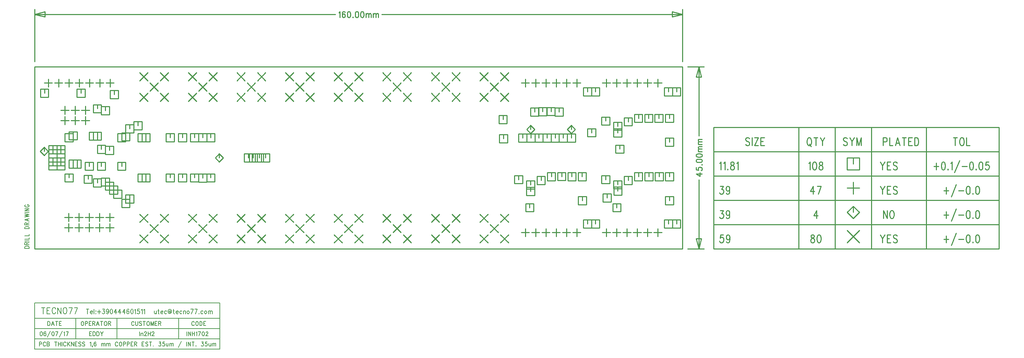
<source format=gbr>
%FSLAX35Y35*%
%MOIN*%
%SFA1.000B1.000*%

G04 Copyright (c) 2015-2018 in2H2 inc.
G04 System developed for in2H2 inc. by Intermotion Technology, Inc.
G04 
G04 Full system RTL, C sources and board design files available at https://github.com/nearist
G04 
G04 in2H2 inc. Team Members:
G04 - Chris McCormick - Algorithm Research and Design
G04 - Matt McCormick - Board Production, System Q/A
G04 
G04 Intermotion Technology Inc. Team Members:
G04 - Mick Fandrich - Project Lead
G04 - Dr. Ludovico Minati - Board Architecture and Design, FPGA Technology Advisor
G04 - Vardan Movsisyan - RTL Team Lead
G04 - Khachatur Gyozalyan - RTL Design
G04 - Tigran Papazyan - RTL Design
G04 - Taron Harutyunyan - RTL Design
G04 - Hayk Ghaltaghchyan - System Software
G04 
G04 Tecno77 S.r.l. Team Members:
G04 - Stefano Aldrigo, Board Layout Design
G04 
G04 We dedicate this project to the memory of Bruce McCormick, an AI pioneer
G04 and advocate, a good friend and father.
G04 
G04 These materials are provided free of charge: you can redistribute them and/or modify  
G04 them under the terms of the GNU General Public License as published by  
G04 the Free Software Foundation, version 3.
G04 
G04 These materials are distributed in the hope that they will be useful, but 
G04 WITHOUT ANY WARRANTY; without even the implied warranty of 
G04 MERCHANTABILITY or FITNESS FOR A PARTICULAR PURPOSE. See the GNU 
G04 General Public License for more details.
G04 In particular, this design should be treated as UNVERIFIED and UNCERTIFIED
G04 
G04 You should have received a copy of the GNU General Public License 
G04 along with this design. If not, see <http://www.gnu.org/licenses/>.

%FSLAX35Y35*%
%MOIN*%
%SFA1.000B1.000*%

%MIA0B0*%
%IPPOS*%
%ADD10C,0.00100*%
%ADD11C,0.00800*%
%ADD21C,0.00984*%
%ADD25C,0.00700*%
%ADD26C,0.01000*%
%LNdrilldrawing.gb*%
%LPD*%
G54D10*X729921Y277165D02*G01X729924D01*X100000D02*G01X100003D01*X729921Y100000D02*G01X729924D01*X729921Y277165D02*G01X729924D01*X546850Y119685D02*G01X546853D01*X499606D02*G01X499609D01*G54D11*X140000Y32224D02*G01Y12224D01*X180000Y32224D02*G01Y12224D01*X240000Y32224D02*G01Y12224D01*X100000Y47224D02*G01X280000D01*Y12224*X100000*Y47224*Y32224D02*G01X280000D01*X100000Y22224D02*G01X280000D01*X108491Y42662D02*G01Y36624D01*X106900Y42662D02*G01X110082D01*X112127D02*G01Y36624D01*Y42662D02*G01X115082D01*X112127Y39787D02*G01X113945D01*X112127Y36624D02*G01X115082D01*X120536Y41224D02*G01X120309Y41799D01*X119855Y42374*X119400Y42662*X118491*X118036Y42374*X117582Y41799*X117355Y41224*X117127Y40362*Y38924*X117355Y38062*X117582Y37487*X118036Y36912*X118491Y36624*X119400*X119855Y36912*X120309Y37487*X120536Y38062*X122582Y42662D02*G01Y36624D01*Y42662D02*G01X125764Y36624D01*Y42662D02*G01Y36624D01*X129173Y42662D02*G01X128718Y42374D01*X128264Y41799*X128036Y41224*X127809Y40362*Y38924*X128036Y38062*X128264Y37487*X128718Y36912*X129173Y36624*X130082*X130536Y36912*X130991Y37487*X131218Y38062*X131445Y38924*Y40362*X131218Y41224*X130991Y41799*X130536Y42374*X130082Y42662*X129173*X136673D02*G01X134400Y36624D01*X133491Y42662D02*G01X136673D01*X141900D02*G01X139627Y36624D01*X138718Y42662D02*G01X141900D01*X100000Y12224D02*G01Y2224D01*X280000*Y12224*G54D21*X169370Y261417D02*G01X177244D01*X173307Y257480D02*G01Y265354D01*X159370Y261417D02*G01X167244D01*X163307Y257480D02*G01Y265354D01*X149370Y261417D02*G01X157244D01*X153307Y257480D02*G01Y265354D01*X139370Y261417D02*G01X147244D01*X143307Y257480D02*G01Y265354D01*X129370Y261417D02*G01X137244D01*X133307Y257480D02*G01Y265354D01*X119370Y261417D02*G01X127244D01*X123307Y257480D02*G01Y265354D01*X109370Y261417D02*G01X117244D01*X113307Y257480D02*G01Y265354D01*X169213Y130591D02*G01X177087D01*X173150Y126654D02*G01Y134528D01*X169213Y120591D02*G01X177087D01*X173150Y116654D02*G01Y124528D01*X159213Y130591D02*G01X167087D01*X163150Y126654D02*G01Y134528D01*X159213Y120591D02*G01X167087D01*X163150Y116654D02*G01Y124528D01*X149213Y130591D02*G01X157087D01*X153150Y126654D02*G01Y134528D01*X149213Y120591D02*G01X157087D01*X153150Y116654D02*G01Y124528D01*X139213Y130591D02*G01X147087D01*X143150Y126654D02*G01Y134528D01*X139213Y120591D02*G01X147087D01*X143150Y116654D02*G01Y124528D01*X129213Y130591D02*G01X137087D01*X133150Y126654D02*G01Y134528D01*X129213Y120591D02*G01X137087D01*X133150Y116654D02*G01Y124528D01*X582284Y212205D02*G01X586221Y216142D01*X582284Y220079*X578347Y216142*X582284Y212205*Y216142D02*G01Y220079D01*X621654Y212205D02*G01X625591Y216142D01*X621654Y220079*X617717Y216142*X621654Y212205*Y216142D02*G01Y220079D01*X145433Y234921D02*G01X153307D01*X149370Y230984D02*G01Y238858D01*X145433Y224921D02*G01X153307D01*X149370Y220984D02*G01Y228858D01*X135433Y234921D02*G01X143307D01*X139370Y230984D02*G01Y238858D01*X135433Y224921D02*G01X143307D01*X139370Y220984D02*G01Y228858D01*X125433Y234921D02*G01X133307D01*X129370Y230984D02*G01Y238858D01*X125433Y224921D02*G01X133307D01*X129370Y220984D02*G01Y228858D01*X623031Y261417D02*G01X630906D01*X626969Y257480D02*G01Y265354D01*X613031Y261417D02*G01X620906D01*X616969Y257480D02*G01Y265354D01*X603031Y261417D02*G01X610906D01*X606969Y257480D02*G01Y265354D01*X593031Y261417D02*G01X600906D01*X596969Y257480D02*G01Y265354D01*X583031Y261417D02*G01X590906D01*X586969Y257480D02*G01Y265354D01*X573031Y261417D02*G01X580906D01*X576969Y257480D02*G01Y265354D01*X701772Y261417D02*G01X709646D01*X705709Y257480D02*G01Y265354D01*X691772Y261417D02*G01X699646D01*X695709Y257480D02*G01Y265354D01*X681772Y261417D02*G01X689646D01*X685709Y257480D02*G01Y265354D01*X671772Y261417D02*G01X679646D01*X675709Y257480D02*G01Y265354D01*X661772Y261417D02*G01X669646D01*X665709Y257480D02*G01Y265354D01*X651772Y261417D02*G01X659646D01*X655709Y257480D02*G01Y265354D01*X623031Y115748D02*G01X630906D01*X626969Y111811D02*G01Y119685D01*X613031Y115748D02*G01X620906D01*X616969Y111811D02*G01Y119685D01*X603031Y115748D02*G01X610906D01*X606969Y111811D02*G01Y119685D01*X593031Y115748D02*G01X600906D01*X596969Y111811D02*G01Y119685D01*X583031Y115748D02*G01X590906D01*X586969Y111811D02*G01Y119685D01*X573031Y115748D02*G01X580906D01*X576969Y111811D02*G01Y119685D01*X701772Y115748D02*G01X709646D01*X705709Y111811D02*G01Y119685D01*X691772Y115748D02*G01X699646D01*X695709Y111811D02*G01Y119685D01*X681772Y115748D02*G01X689646D01*X685709Y111811D02*G01Y119685D01*X671772Y115748D02*G01X679646D01*X675709Y111811D02*G01Y119685D01*X661772Y115748D02*G01X669646D01*X665709Y111811D02*G01Y119685D01*X651772Y115748D02*G01X659646D01*X655709Y111811D02*G01Y119685D01*X353937Y253543D02*G01X361811Y261417D01*X353937D02*G01X361811Y253543D01*X363937Y263543D02*G01X371811Y271417D01*X363937D02*G01X371811Y263543D01*X363937Y243543D02*G01X371811Y251417D01*X363937D02*G01X371811Y243543D01*X343937Y263543D02*G01X351811Y271417D01*X343937D02*G01X351811Y263543D01*X343937Y243543D02*G01X351811Y251417D01*X343937D02*G01X351811Y243543D01*X306693Y253543D02*G01X314567Y261417D01*X306693D02*G01X314567Y253543D01*X316693Y263543D02*G01X324567Y271417D01*X316693D02*G01X324567Y263543D01*X316693Y243543D02*G01X324567Y251417D01*X316693D02*G01X324567Y243543D01*X296693Y263543D02*G01X304567Y271417D01*X296693D02*G01X304567Y263543D01*X296693Y243543D02*G01X304567Y251417D01*X296693D02*G01X304567Y243543D01*X259449Y253543D02*G01X267323Y261417D01*X259449D02*G01X267323Y253543D01*X269449Y263543D02*G01X277323Y271417D01*X269449D02*G01X277323Y263543D01*X269449Y243543D02*G01X277323Y251417D01*X269449D02*G01X277323Y243543D01*X249449Y263543D02*G01X257323Y271417D01*X249449D02*G01X257323Y263543D01*X249449Y243543D02*G01X257323Y251417D01*X249449D02*G01X257323Y243543D01*X212205Y253543D02*G01X220079Y261417D01*X212205D02*G01X220079Y253543D01*X222205Y263543D02*G01X230079Y271417D01*X222205D02*G01X230079Y263543D01*X222205Y243543D02*G01X230079Y251417D01*X222205D02*G01X230079Y243543D01*X202205Y263543D02*G01X210079Y271417D01*X202205D02*G01X210079Y263543D01*X202205Y243543D02*G01X210079Y251417D01*X202205D02*G01X210079Y243543D01*X542913Y253543D02*G01X550787Y261417D01*X542913D02*G01X550787Y253543D01*X552913Y263543D02*G01X560787Y271417D01*X552913D02*G01X560787Y263543D01*X552913Y243543D02*G01X560787Y251417D01*X552913D02*G01X560787Y243543D01*X532913Y263543D02*G01X540787Y271417D01*X532913D02*G01X540787Y263543D01*X532913Y243543D02*G01X540787Y251417D01*X532913D02*G01X540787Y243543D01*X495669Y253543D02*G01X503543Y261417D01*X495669D02*G01X503543Y253543D01*X505669Y263543D02*G01X513543Y271417D01*X505669D02*G01X513543Y263543D01*X505669Y243543D02*G01X513543Y251417D01*X505669D02*G01X513543Y243543D01*X485669Y263543D02*G01X493543Y271417D01*X485669D02*G01X493543Y263543D01*X485669Y243543D02*G01X493543Y251417D01*X485669D02*G01X493543Y243543D01*X448425Y253543D02*G01X456299Y261417D01*X448425D02*G01X456299Y253543D01*X458425Y263543D02*G01X466299Y271417D01*X458425D02*G01X466299Y263543D01*X458425Y243543D02*G01X466299Y251417D01*X458425D02*G01X466299Y243543D01*X438425Y263543D02*G01X446299Y271417D01*X438425D02*G01X446299Y263543D01*X438425Y243543D02*G01X446299Y251417D01*X438425D02*G01X446299Y243543D01*X401181Y253543D02*G01X409055Y261417D01*X401181D02*G01X409055Y253543D01*X411181Y263543D02*G01X419055Y271417D01*X411181D02*G01X419055Y263543D01*X411181Y243543D02*G01X419055Y251417D01*X411181D02*G01X419055Y243543D01*X391181Y263543D02*G01X399055Y271417D01*X391181D02*G01X399055Y263543D01*X391181Y243543D02*G01X399055Y251417D01*X391181D02*G01X399055Y243543D01*X542913Y115748D02*G01X550787Y123622D01*X542913D02*G01X550787Y115748D01*X532913Y105748D02*G01X540787Y113622D01*X532913D02*G01X540787Y105748D01*X532913Y125748D02*G01X540787Y133622D01*X532913D02*G01X540787Y125748D01*X552913Y105748D02*G01X560787Y113622D01*X552913D02*G01X560787Y105748D01*X552913Y125748D02*G01X560787Y133622D01*X552913D02*G01X560787Y125748D01*X495669Y115748D02*G01X503543Y123622D01*X495669D02*G01X503543Y115748D01*X485669Y105748D02*G01X493543Y113622D01*X485669D02*G01X493543Y105748D01*X485669Y125748D02*G01X493543Y133622D01*X485669D02*G01X493543Y125748D01*X505669Y105748D02*G01X513543Y113622D01*X505669D02*G01X513543Y105748D01*X505669Y125748D02*G01X513543Y133622D01*X505669D02*G01X513543Y125748D01*X448425Y115748D02*G01X456299Y123622D01*X448425D02*G01X456299Y115748D01*X438425Y105748D02*G01X446299Y113622D01*X438425D02*G01X446299Y105748D01*X438425Y125748D02*G01X446299Y133622D01*X438425D02*G01X446299Y125748D01*X458425Y105748D02*G01X466299Y113622D01*X458425D02*G01X466299Y105748D01*X458425Y125748D02*G01X466299Y133622D01*X458425D02*G01X466299Y125748D01*X401181Y115748D02*G01X409055Y123622D01*X401181D02*G01X409055Y115748D01*X391181Y105748D02*G01X399055Y113622D01*X391181D02*G01X399055Y105748D01*X391181Y125748D02*G01X399055Y133622D01*X391181D02*G01X399055Y125748D01*X411181Y105748D02*G01X419055Y113622D01*X411181D02*G01X419055Y105748D01*X411181Y125748D02*G01X419055Y133622D01*X411181D02*G01X419055Y125748D01*X353937Y115748D02*G01X361811Y123622D01*X353937D02*G01X361811Y115748D01*X343937Y105748D02*G01X351811Y113622D01*X343937D02*G01X351811Y105748D01*X343937Y125748D02*G01X351811Y133622D01*X343937D02*G01X351811Y125748D01*X363937Y105748D02*G01X371811Y113622D01*X363937D02*G01X371811Y105748D01*X363937Y125748D02*G01X371811Y133622D01*X363937D02*G01X371811Y125748D01*X306693Y115748D02*G01X314567Y123622D01*X306693D02*G01X314567Y115748D01*X296693Y105748D02*G01X304567Y113622D01*X296693D02*G01X304567Y105748D01*X296693Y125748D02*G01X304567Y133622D01*X296693D02*G01X304567Y125748D01*X316693Y105748D02*G01X324567Y113622D01*X316693D02*G01X324567Y105748D01*X316693Y125748D02*G01X324567Y133622D01*X316693D02*G01X324567Y125748D01*X259449Y115748D02*G01X267323Y123622D01*X259449D02*G01X267323Y115748D01*X249449Y105748D02*G01X257323Y113622D01*X249449D02*G01X257323Y105748D01*X249449Y125748D02*G01X257323Y133622D01*X249449D02*G01X257323Y125748D01*X269449Y105748D02*G01X277323Y113622D01*X269449D02*G01X277323Y105748D01*X269449Y125748D02*G01X277323Y133622D01*X269449D02*G01X277323Y125748D01*X212205Y115748D02*G01X220079Y123622D01*X212205D02*G01X220079Y115748D01*X202205Y105748D02*G01X210079Y113622D01*X202205D02*G01X210079Y105748D01*X202205Y125748D02*G01X210079Y133622D01*X202205D02*G01X210079Y125748D01*X222205Y105748D02*G01X230079Y113622D01*X222205D02*G01X230079Y105748D01*X222205Y125748D02*G01X230079Y133622D01*X222205D02*G01X230079Y125748D01*X279616Y184646D02*G01X283553Y188583D01*X279616Y192520*X275679Y188583*X279616Y184646*Y188583D02*G01Y192520D01*X109360Y190898D02*G01X113297Y194835D01*X109360Y198772*X105423Y194835*X109360Y190898*Y194835D02*G01Y198772D01*X641339Y120276D02*G01X649213D01*Y128150*X641339*Y120276*X645276Y124213D02*G01Y128150D01*X633465Y120276D02*G01X641339D01*Y128150*X633465*Y120276*X637402Y124213D02*G01Y128150D01*X720079Y120276D02*G01X727953D01*Y128150*X720079*Y120276*X724016Y124213D02*G01Y128150D01*X712205Y120276D02*G01X720079D01*Y128150*X712205*Y120276*X716142Y124213D02*G01Y128150D01*X184646Y140157D02*G01X192520D01*Y148031*X184646*Y140157*X188583Y144094D02*G01Y148031D01*X577362Y136024D02*G01X585236D01*Y143898*X577362*Y136024*X581299Y139961D02*G01Y143898D01*X628543Y142815D02*G01X636417D01*Y150689*X628543*Y142815*X632480Y146752D02*G01Y150689D01*X662008Y136024D02*G01X669882D01*Y143898*X662008*Y136024*X665945Y139961D02*G01Y143898D01*X713189Y142815D02*G01X721063D01*Y150689*X713189*Y142815*X717126Y146752D02*G01Y150689D01*X148031Y163780D02*G01X155906D01*Y171654*X148031*Y163780*X151969Y167717D02*G01Y171654D01*X157087Y160236D02*G01X164961D01*Y168110*X157087*Y160236*X161024Y164173D02*G01Y168110D01*X168898Y157087D02*G01X176772D01*Y164961*X168898*Y157087*X172835Y161024D02*G01Y164961D01*Y153150D02*G01X180709D01*Y161024*X172835*Y153150*X176772Y157087D02*G01Y161024D01*Y149213D02*G01X184646D01*Y157087*X176772*Y149213*X180709Y153150D02*G01Y157087D01*X164961Y161024D02*G01X172835D01*Y168898*X164961*Y161024*X168898Y164961D02*G01Y168898D01*X188583Y144488D02*G01X196457D01*Y152362*X188583*Y144488*X192520Y148425D02*G01Y152362D01*X566535Y163386D02*G01X574409D01*Y171260*X566535*Y163386*X570472Y167323D02*G01Y171260D01*X578296Y151918D02*G01X586170D01*Y159792*X578296*Y151918*X582233Y155855D02*G01Y159792D01*X578296Y158318D02*G01X586170D01*Y166192*X578296*Y158318*X582233Y162255D02*G01Y166192D01*X588406Y162618D02*G01X596280D01*Y170492*X588406*Y162618*X592343Y166555D02*G01Y170492D01*X651181Y163386D02*G01X659055D01*Y171260*X651181*Y163386*X655118Y167323D02*G01Y171260D01*X652559Y145669D02*G01X660433D01*Y153543*X652559*Y145669*X656496Y149606D02*G01Y153543D01*X662992Y152165D02*G01X670866D01*Y160039*X662992*Y152165*X666929Y156102D02*G01Y160039D01*X662942Y158465D02*G01X670816D01*Y166339*X662942*Y158465*X666879Y162402D02*G01Y166339D01*X673031Y162598D02*G01X680906D01*Y170472*X673031*Y162598*X676969Y166535D02*G01Y170472D01*X121654Y180709D02*G01X129528D01*Y188583*X121654*Y180709*X125591Y184646D02*G01Y188583D01*X113780Y180709D02*G01X121654D01*Y188583*X113780*Y180709*X117717Y184646D02*G01Y188583D01*X113780Y176772D02*G01X121654D01*Y184646*X113780*Y176772*X117717Y180709D02*G01Y184646D01*X121654Y176772D02*G01X129528D01*Y184646*X121654*Y176772*X125591Y180709D02*G01Y184646D01*X133465Y178543D02*G01X141339D01*Y186417*X133465*Y178543*X137402Y182480D02*G01Y186417D01*Y178543D02*G01X145276D01*Y186417*X137402*Y178543*X141339Y182480D02*G01Y186417D01*X129528Y165114D02*G01X137402D01*Y172988*X129528*Y165114*X133465Y169051D02*G01Y172988D01*X149213Y176378D02*G01X157087D01*Y184252*X149213*Y176378*X153150Y180315D02*G01Y184252D01*X161024Y176378D02*G01X168898D01*Y184252*X161024*Y176378*X164961Y180315D02*G01Y184252D01*X180709Y176378D02*G01X188583D01*Y184252*X180709*Y176378*X184646Y180315D02*G01Y184252D01*X200394Y165114D02*G01X208268D01*Y172988*X200394*Y165114*X204331Y169051D02*G01Y172988D01*Y165114D02*G01X212205D01*Y172988*X204331*Y165114*X208268Y169051D02*G01Y172988D01*X227953Y165114D02*G01X235827D01*Y172988*X227953*Y165114*X231890Y169051D02*G01Y172988D01*X239764Y165114D02*G01X247638D01*Y172988*X239764*Y165114*X243701Y169051D02*G01Y172988D01*X251575Y165114D02*G01X259449D01*Y172988*X251575*Y165114*X255512Y169051D02*G01Y172988D01*X259449Y164961D02*G01X267323D01*Y172835*X259449*Y164961*X263386Y168898D02*G01Y172835D01*X267323Y165114D02*G01X275197D01*Y172988*X267323*Y165114*X271260Y169051D02*G01Y172988D01*X598425Y166339D02*G01X606299D01*Y174213*X598425*Y166339*X602362Y170276D02*G01Y174213D01*X608406Y166398D02*G01X616280D01*Y174272*X608406*Y166398*X612343Y170335D02*G01Y174272D01*X618307Y166339D02*G01X626181D01*Y174213*X618307*Y166339*X622244Y170276D02*G01Y174213D01*X628346Y166339D02*G01X636220D01*Y174213*X628346*Y166339*X632283Y170276D02*G01Y174213D01*X683071Y166339D02*G01X690945D01*Y174213*X683071*Y166339*X687008Y170276D02*G01Y174213D01*X693110Y166339D02*G01X700984D01*Y174213*X693110*Y166339*X697047Y170276D02*G01Y174213D01*X703150Y166339D02*G01X711024D01*Y174213*X703150*Y166339*X707087Y170276D02*G01Y174213D01*X713189Y166339D02*G01X721063D01*Y174213*X713189*Y166339*X717126Y170276D02*G01Y174213D01*X121654Y188583D02*G01X129528D01*Y196457*X121654*Y188583*X125591Y192520D02*G01Y196457D01*X113780Y188583D02*G01X121654D01*Y196457*X113780*Y188583*X117717Y192520D02*G01Y196457D01*X121654Y192520D02*G01X129528D01*Y200394*X121654*Y192520*X125591Y196457D02*G01Y200394D01*X113780Y192520D02*G01X121654D01*Y200394*X113780*Y192520*X117717Y196457D02*G01Y200394D01*X161024Y192913D02*G01X168898D01*Y200787*X161024*Y192913*X164961Y196850D02*G01Y200787D01*X168898Y191929D02*G01X176772D01*Y199803*X168898*Y191929*X172835Y195866D02*G01Y199803D01*X303740Y184646D02*G01X311614D01*Y192520*X303740*Y184646*X307677Y188583D02*G01Y192520D01*X308661Y184646D02*G01X316535D01*Y192520*X308661*Y184646*X312598Y188583D02*G01Y192520D01*X314567Y184646D02*G01X322441D01*Y192520*X314567*Y184646*X318504Y188583D02*G01Y192520D01*X320472Y184646D02*G01X328346D01*Y192520*X320472*Y184646*X324409Y188583D02*G01Y192520D01*X551772Y203150D02*G01X559646D01*Y211024*X551772*Y203150*X555709Y207087D02*G01Y211024D01*X578445Y203839D02*G01X586319D01*Y211713*X578445*Y203839*X582382Y207776D02*G01Y211713D01*X570472Y203937D02*G01X578346D01*Y211811*X570472*Y203937*X574409Y207874D02*G01Y211811D01*X602067Y203839D02*G01X609941D01*Y211713*X602067*Y203839*X606004Y207776D02*G01Y211713D01*X594193Y203839D02*G01X602067D01*Y211713*X594193*Y203839*X598130Y207776D02*G01Y211713D01*X586319Y203839D02*G01X594193D01*Y211713*X586319*Y203839*X590256Y207776D02*G01Y211713D01*X617815Y203839D02*G01X625689D01*Y211713*X617815*Y203839*X621752Y207776D02*G01Y211713D01*X609941Y203839D02*G01X617815D01*Y211713*X609941*Y203839*X613878Y207776D02*G01Y211713D01*X664961Y193110D02*G01X672835D01*Y200984*X664961*Y193110*X668898Y197047D02*G01Y200984D01*X713189Y199902D02*G01X721063D01*Y207776*X713189*Y199902*X717126Y203839D02*G01Y207776D01*X133465Y206102D02*G01X141339D01*Y213976*X133465*Y206102*X137402Y210039D02*G01Y213976D01*X129528Y204177D02*G01X137402D01*Y212051*X129528*Y204177*X133465Y208114D02*G01Y212051D01*X157087Y205709D02*G01X164961D01*Y213583*X157087*Y205709*X161024Y209646D02*G01Y213583D01*X153150Y205709D02*G01X161024D01*Y213583*X153150*Y205709*X157087Y209646D02*G01Y213583D01*X180709Y204177D02*G01X188583D01*Y212051*X180709*Y204177*X184646Y208114D02*G01Y212051D01*X188583Y212992D02*G01X196457D01*Y220866*X188583*Y212992*X192520Y216929D02*G01Y220866D01*X196457Y215945D02*G01X204331D01*Y223819*X196457*Y215945*X200394Y219882D02*G01Y223819D01*X184646Y205118D02*G01X192520D01*Y212992*X184646*Y205118*X188583Y209055D02*G01Y212992D01*X200394Y204177D02*G01X208268D01*Y212051*X200394*Y204177*X204331Y208114D02*G01Y212051D01*Y204177D02*G01X212205D01*Y212051*X204331*Y204177*X208268Y208114D02*G01Y212051D01*X227953Y204177D02*G01X235827D01*Y212051*X227953*Y204177*X231890Y208114D02*G01Y212051D01*X239764Y204177D02*G01X247638D01*Y212051*X239764*Y204177*X243701Y208114D02*G01Y212051D01*X259449Y204331D02*G01X267323D01*Y212205*X259449*Y204331*X263386Y208268D02*G01Y212205D01*X251575Y204177D02*G01X259449D01*Y212051*X251575*Y204177*X255512Y208114D02*G01Y212051D01*X267323Y204177D02*G01X275197D01*Y212051*X267323*Y204177*X271260Y208114D02*G01Y212051D01*X551378Y221850D02*G01X559252D01*Y229724*X551378*Y221850*X555315Y225787D02*G01Y229724D01*X637598Y209055D02*G01X645472D01*Y216929*X637598*Y209055*X641535Y212992D02*G01Y216929D01*X651181Y220472D02*G01X659055D01*Y228346*X651181*Y220472*X655118Y224409D02*G01Y228346D01*X662942Y209005D02*G01X670816D01*Y216879*X662942*Y209005*X666879Y212942D02*G01Y216879D01*X662942Y215405D02*G01X670816D01*Y223279*X662942*Y215405*X666879Y219342D02*G01Y223279D01*X683071Y223031D02*G01X690945D01*Y230906*X683071*Y223031*X687008Y226969D02*G01Y230906D01*X673051Y219705D02*G01X680925D01*Y227579*X673051*Y219705*X676988Y223642D02*G01Y227579D01*X693012Y223031D02*G01X700886D01*Y230906*X693012*Y223031*X696949Y226969D02*G01Y230906D01*X702854Y223031D02*G01X710728D01*Y230906*X702854*Y223031*X706791Y226969D02*G01Y230906D01*X713189Y223031D02*G01X721063D01*Y230906*X713189*Y223031*X717126Y226969D02*G01Y230906D01*X157087Y232480D02*G01X164961D01*Y240354*X157087*Y232480*X161024Y236417D02*G01Y240354D01*X164961Y230512D02*G01X172835D01*Y238386*X164961*Y230512*X168898Y234449D02*G01Y238386D01*X582283Y229331D02*G01X590157D01*Y237205*X582283*Y229331*X586220Y233268D02*G01Y237205D01*X598031Y229724D02*G01X605906D01*Y237598*X598031*Y229724*X601969Y233661D02*G01Y237598D01*X589961Y229528D02*G01X597835D01*Y237402*X589961*Y229528*X593898Y233465D02*G01Y237402D01*X605906Y229331D02*G01X613780D01*Y237205*X605906*Y229331*X609843Y233268D02*G01Y237205D01*X105709Y247638D02*G01X113583D01*Y255512*X105709*Y247638*X109646Y251575D02*G01Y255512D01*X141142Y247638D02*G01X149016D01*Y255512*X141142*Y247638*X145079Y251575D02*G01Y255512D01*X173622Y246260D02*G01X181496D01*Y254134*X173622*Y246260*X177559Y250197D02*G01Y254134D01*X641339Y249016D02*G01X649213D01*Y256890*X641339*Y249016*X645276Y252953D02*G01Y256890D01*X633465Y249016D02*G01X641339D01*Y256890*X633465*Y249016*X637402Y252953D02*G01Y256890D01*X720079Y249016D02*G01X727953D01*Y256890*X720079*Y249016*X724016Y252953D02*G01Y256890D01*X712205Y249016D02*G01X720079D01*Y256890*X712205*Y249016*X716142Y252953D02*G01Y256890D01*X100003Y277165D02*G01X729924D01*Y100000*X100003*Y277165*X760000Y218110D02*G01X1037559D01*X760000Y194488D02*G01X1037559D01*X760000Y170866D02*G01X1037559D01*X760000Y147244D02*G01X1037559D01*X760000Y123622D02*G01X1037559D01*X760000Y100000D02*G01X1037559D01*X760000Y218110D02*G01Y100000D01*X842677Y218110D02*G01Y100000D01*X878110Y218110D02*G01Y100000D01*X913543Y218110D02*G01Y100000D01*X966693Y218110D02*G01Y100000D01*X1037559Y218110D02*G01Y100000D01*X794941Y207037D02*G01X794404Y207776D01*X793599Y208145*X792525*X791720Y207776*X791183Y207037*Y206299*X791451Y205561*X791720Y205192*X792257Y204823*X793867Y204085*X794404Y203716*X794673Y203346*X794941Y202608*Y201501*X794404Y200763*X793599Y200394*X792525*X791720Y200763*X791183Y201501*X797357Y208145D02*G01Y200394D01*X803531Y208145D02*G01X799773Y200394D01*Y208145D02*G01X803531D01*X799773Y200394D02*G01X803531D01*X805947Y208145D02*G01Y200394D01*Y208145D02*G01X809436D01*X805947Y204454D02*G01X808094D01*X805947Y200394D02*G01X809436D01*X852385Y208145D02*G01X851849Y207776D01*X851312Y207037*X851043Y206299*X850775Y205192*Y203346*X851043Y202239*X851312Y201501*X851849Y200763*X852385Y200394*X853459*X853996Y200763*X854533Y201501*X854801Y202239*X855070Y203346*Y205192*X854801Y206299*X854533Y207037*X853996Y207776*X853459Y208145*X852385*X853191Y201870D02*G01X854801Y199656D01*X859365Y208145D02*G01Y200394D01*X857486Y208145D02*G01X861244D01*X863660D02*G01X865807Y204454D01*Y200394*X867955Y208145D02*G01X865807Y204454D01*X889966Y207037D02*G01X889429Y207776D01*X888624Y208145*X887550*X886745Y207776*X886208Y207037*Y206299*X886476Y205561*X886745Y205192*X887282Y204823*X888892Y204085*X889429Y203716*X889698Y203346*X889966Y202608*Y201501*X889429Y200763*X888624Y200394*X887550*X886745Y200763*X886208Y201501*X892382Y208145D02*G01X894529Y204454D01*Y200394*X896677Y208145D02*G01X894529Y204454D01*X899093Y208145D02*G01Y200394D01*Y208145D02*G01X901240Y200394D01*X903388Y208145D02*G01X901240Y200394D01*X903388Y208145D02*G01Y200394D01*X924862Y208145D02*G01Y200394D01*Y208145D02*G01X927278D01*X928083Y207776*X928352Y207406*X928620Y206668*Y205561*X928352Y204823*X928083Y204454*X927278Y204085*X924862*X931036Y208145D02*G01Y200394D01*X934257*X938821Y208145D02*G01X936673Y200394D01*X938821Y208145D02*G01X940968Y200394D01*X937479Y202977D02*G01X940163D01*X945263Y208145D02*G01Y200394D01*X943384Y208145D02*G01X947142D01*X949558D02*G01Y200394D01*Y208145D02*G01X953048D01*X949558Y204454D02*G01X951705D01*X949558Y200394D02*G01X953048D01*X955463Y208145D02*G01Y200394D01*Y208145D02*G01X957343D01*X958148Y207776*X958685Y207037*X958953Y206299*X959222Y205192*Y203346*X958953Y202239*X958685Y201501*X958148Y200763*X957343Y200394*X955463*X994923Y208145D02*G01Y200394D01*X993044Y208145D02*G01X996802D01*X1000829D02*G01X1000292Y207776D01*X999755Y207037*X999486Y206299*X999218Y205192*Y203346*X999486Y202239*X999755Y201501*X1000292Y200763*X1000829Y200394*X1001902*X1002439Y200763*X1002976Y201501*X1003244Y202239*X1003513Y203346*Y205192*X1003244Y206299*X1002976Y207037*X1002439Y207776*X1001902Y208145*X1000829*X1005929D02*G01Y200394D01*X1009150*X765906Y183046D02*G01X766442Y183415D01*X767248Y184523*Y176772*X769664Y183046D02*G01X770200Y183415D01*X771006Y184523*Y176772*X773690Y177510D02*G01X773422Y177141D01*X773690Y176772*X773958Y177141*X773690Y177510*X777717Y184523D02*G01X776911Y184154D01*X776643Y183415*Y182677*X776911Y181939*X777448Y181570*X778522Y181201*X779327Y180832*X779864Y180094*X780132Y179355*Y178248*X779864Y177510*X779596Y177141*X778790Y176772*X777717*X776911Y177141*X776643Y177510*X776374Y178248*Y179355*X776643Y180094*X777180Y180832*X777985Y181201*X779059Y181570*X779596Y181939*X779864Y182677*Y183415*X779596Y184154*X778790Y184523*X777717*X782548Y183046D02*G01X783085Y183415D01*X783890Y184523*Y176772*X852520Y183046D02*G01X853057Y183415D01*X853862Y184523*Y176772*X857888Y184523D02*G01X857083Y184154D01*X856546Y183046*X856278Y181201*Y180094*X856546Y178248*X857083Y177141*X857888Y176772*X858425*X859230Y177141*X859767Y178248*X860036Y180094*Y181201*X859767Y183046*X859230Y184154*X858425Y184523*X857888*X863794D02*G01X862989Y184154D01*X862720Y183415*Y182677*X862989Y181939*X863525Y181570*X864599Y181201*X865404Y180832*X865941Y180094*X866210Y179355*Y178248*X865941Y177510*X865673Y177141*X864868Y176772*X863794*X862989Y177141*X862720Y177510*X862452Y178248*Y179355*X862720Y180094*X863257Y180832*X864062Y181201*X865136Y181570*X865673Y181939*X865941Y182677*Y183415*X865673Y184154*X864868Y184523*X863794*X889921Y176772D02*G01X901732D01*Y188583*X889921*Y176772*X895827Y182677D02*G01Y188583D01*X922044Y184523D02*G01X924191Y180832D01*Y176772*X926339Y184523D02*G01X924191Y180832D01*X928754Y184523D02*G01Y176772D01*Y184523D02*G01X932244D01*X928754Y180832D02*G01X930902D01*X928754Y176772D02*G01X932244D01*X938418Y183415D02*G01X937881Y184154D01*X937076Y184523*X936002*X935197Y184154*X934660Y183415*Y182677*X934928Y181939*X935197Y181570*X935734Y181201*X937344Y180463*X937881Y180094*X938150Y179724*X938418Y178986*Y177879*X937881Y177141*X937076Y176772*X936002*X935197Y177141*X934660Y177879*X976535Y183415D02*G01Y176772D01*X974120Y180094D02*G01X978951D01*X982978Y184523D02*G01X982173Y184154D01*X981636Y183046*X981367Y181201*Y180094*X981636Y178248*X982173Y177141*X982978Y176772*X983515*X984320Y177141*X984857Y178248*X985125Y180094*Y181201*X984857Y183046*X984320Y184154*X983515Y184523*X982978*X987810Y177510D02*G01X987541Y177141D01*X987810Y176772*X988078Y177141*X987810Y177510*X990494Y183046D02*G01X991031Y183415D01*X991836Y184523*Y176772*X999084Y185999D02*G01X994252Y174188D01*X1001500Y180094D02*G01X1006331D01*X1010358Y184523D02*G01X1009553Y184154D01*X1009016Y183046*X1008747Y181201*Y180094*X1009016Y178248*X1009553Y177141*X1010358Y176772*X1010895*X1011700Y177141*X1012237Y178248*X1012505Y180094*Y181201*X1012237Y183046*X1011700Y184154*X1010895Y184523*X1010358*X1015190Y177510D02*G01X1014921Y177141D01*X1015190Y176772*X1015458Y177141*X1015190Y177510*X1019485Y184523D02*G01X1018679Y184154D01*X1018142Y183046*X1017874Y181201*Y180094*X1018142Y178248*X1018679Y177141*X1019485Y176772*X1020021*X1020827Y177141*X1021364Y178248*X1021632Y180094*Y181201*X1021364Y183046*X1020827Y184154*X1020021Y184523*X1019485*X1027538D02*G01X1024853D01*X1024585Y181201*X1024853Y181570*X1025659Y181939*X1026464*X1027269Y181570*X1027806Y180832*X1028074Y179724*X1027806Y178986*X1027538Y177879*X1027001Y177141*X1026195Y176772*X1025390*X1024585Y177141*X1024316Y177510*X1024048Y178248*X766442Y160901D02*G01X769395D01*X767785Y157948*X768590*X769127Y157579*X769395Y157210*X769664Y156102*Y155364*X769395Y154257*X768858Y153519*X768053Y153150*X767248*X766442Y153519*X766174Y153888*X765906Y154626*X775569Y158317D02*G01X775301Y157210D01*X774764Y156471*X773958Y156102*X773690*X772885Y156471*X772348Y157210*X772079Y158317*Y158686*X772348Y159793*X772885Y160531*X773690Y160901*X773958*X774764Y160531*X775301Y159793*X775569Y158317*Y156471*X775301Y154626*X774764Y153519*X773958Y153150*X773422*X772616Y153519*X772348Y154257*X856949Y160901D02*G01X854264Y155733D01*X858291*X856949Y160901D02*G01Y153150D01*X864465Y160901D02*G01X861781Y153150D01*X860707Y160901D02*G01X864465D01*X889921Y159055D02*G01X901732D01*X895827Y153150D02*G01Y164961D01*X922044Y160901D02*G01X924191Y157210D01*Y153150*X926339Y160901D02*G01X924191Y157210D01*X928754Y160901D02*G01Y153150D01*Y160901D02*G01X932244D01*X928754Y157210D02*G01X930902D01*X928754Y153150D02*G01X932244D01*X938418Y159793D02*G01X937881Y160531D01*X937076Y160901*X936002*X935197Y160531*X934660Y159793*Y159055*X934928Y158317*X935197Y157948*X935734Y157579*X937344Y156841*X937881Y156471*X938150Y156102*X938418Y155364*Y154257*X937881Y153519*X937076Y153150*X936002*X935197Y153519*X934660Y154257*X986199Y159793D02*G01Y153150D01*X983783Y156471D02*G01X988615D01*X995863Y162377D02*G01X991031Y150566D01*X998278Y156471D02*G01X1003110D01*X1007137Y160901D02*G01X1006331Y160531D01*X1005795Y159424*X1005526Y157579*Y156471*X1005795Y154626*X1006331Y153519*X1007137Y153150*X1007674*X1008479Y153519*X1009016Y154626*X1009284Y156471*Y157579*X1009016Y159424*X1008479Y160531*X1007674Y160901*X1007137*X1011969Y153888D02*G01X1011700Y153519D01*X1011969Y153150*X1012237Y153519*X1011969Y153888*X1016263Y160901D02*G01X1015458Y160531D01*X1014921Y159424*X1014653Y157579*Y156471*X1014921Y154626*X1015458Y153519*X1016263Y153150*X1016800*X1017606Y153519*X1018142Y154626*X1018411Y156471*Y157579*X1018142Y159424*X1017606Y160531*X1016800Y160901*X1016263*X766442Y137279D02*G01X769395D01*X767785Y134326*X768590*X769127Y133957*X769395Y133588*X769664Y132480*Y131742*X769395Y130635*X768858Y129897*X768053Y129528*X767248*X766442Y129897*X766174Y130266*X765906Y131004*X775569Y134695D02*G01X775301Y133588D01*X774764Y132849*X773958Y132480*X773690*X772885Y132849*X772348Y133588*X772079Y134695*Y135064*X772348Y136171*X772885Y136909*X773690Y137279*X773958*X774764Y136909*X775301Y136171*X775569Y134695*Y132849*X775301Y131004*X774764Y129897*X773958Y129528*X773422*X772616Y129897*X772348Y130635*X860036Y137279D02*G01X857351Y132111D01*X861378*X860036Y137279D02*G01Y129528D01*X895827D02*G01X901732Y135433D01*X895827Y141339*X889921Y135433*X895827Y129528*Y135433D02*G01Y141339D01*X924996Y137279D02*G01Y129528D01*Y137279D02*G01X928754Y129528D01*Y137279D02*G01Y129528D01*X932781Y137279D02*G01X932244Y136909D01*X931707Y136171*X931439Y135433*X931170Y134326*Y132480*X931439Y131373*X931707Y130635*X932244Y129897*X932781Y129528*X933855*X934392Y129897*X934928Y130635*X935197Y131373*X935465Y132480*Y134326*X935197Y135433*X934928Y136171*X934392Y136909*X933855Y137279*X932781*X986199Y136171D02*G01Y129528D01*X983783Y132849D02*G01X988615D01*X995863Y138755D02*G01X991031Y126944D01*X998278Y132849D02*G01X1003110D01*X1007137Y137279D02*G01X1006331Y136909D01*X1005795Y135802*X1005526Y133957*Y132849*X1005795Y131004*X1006331Y129897*X1007137Y129528*X1007674*X1008479Y129897*X1009016Y131004*X1009284Y132849*Y133957*X1009016Y135802*X1008479Y136909*X1007674Y137279*X1007137*X1011969Y130266D02*G01X1011700Y129897D01*X1011969Y129528*X1012237Y129897*X1011969Y130266*X1016263Y137279D02*G01X1015458Y136909D01*X1014921Y135802*X1014653Y133957*Y132849*X1014921Y131004*X1015458Y129897*X1016263Y129528*X1016800*X1017606Y129897*X1018142Y131004*X1018411Y132849*Y133957*X1018142Y135802*X1017606Y136909*X1016800Y137279*X1016263*X769395Y113656D02*G01X766711D01*X766442Y110335*X766711Y110704*X767516Y111073*X768321*X769127Y110704*X769664Y109966*X769932Y108858*X769664Y108120*X769395Y107013*X768858Y106275*X768053Y105906*X767248*X766442Y106275*X766174Y106644*X765906Y107382*X775838Y111073D02*G01X775569Y109966D01*X775032Y109227*X774227Y108858*X773958*X773153Y109227*X772616Y109966*X772348Y111073*Y111442*X772616Y112549*X773153Y113287*X773958Y113656*X774227*X775032Y113287*X775569Y112549*X775838Y111073*Y109227*X775569Y107382*X775032Y106275*X774227Y105906*X773690*X772885Y106275*X772616Y107013*X855741Y113656D02*G01X854936Y113287D01*X854667Y112549*Y111811*X854936Y111073*X855472Y110704*X856546Y110335*X857351Y109966*X857888Y109227*X858157Y108489*Y107382*X857888Y106644*X857620Y106275*X856815Y105906*X855741*X854936Y106275*X854667Y106644*X854399Y107382*Y108489*X854667Y109227*X855204Y109966*X856009Y110335*X857083Y110704*X857620Y111073*X857888Y111811*Y112549*X857620Y113287*X856815Y113656*X855741*X862183D02*G01X861378Y113287D01*X860841Y112180*X860573Y110335*Y109227*X860841Y107382*X861378Y106275*X862183Y105906*X862720*X863525Y106275*X864062Y107382*X864331Y109227*Y110335*X864062Y112180*X863525Y113287*X862720Y113656*X862183*X889921Y105906D02*G01X901732Y117717D01*X889921D02*G01X901732Y105906D01*X922044Y113656D02*G01X924191Y109966D01*Y105906*X926339Y113656D02*G01X924191Y109966D01*X928754Y113656D02*G01Y105906D01*Y113656D02*G01X932244D01*X928754Y109966D02*G01X930902D01*X928754Y105906D02*G01X932244D01*X938418Y112549D02*G01X937881Y113287D01*X937076Y113656*X936002*X935197Y113287*X934660Y112549*Y111811*X934928Y111073*X935197Y110704*X935734Y110335*X937344Y109596*X937881Y109227*X938150Y108858*X938418Y108120*Y107013*X937881Y106275*X937076Y105906*X936002*X935197Y106275*X934660Y107013*X986199Y112549D02*G01Y105906D01*X983783Y109227D02*G01X988615D01*X995863Y115133D02*G01X991031Y103322D01*X998278Y109227D02*G01X1003110D01*X1007137Y113656D02*G01X1006331Y113287D01*X1005795Y112180*X1005526Y110335*Y109227*X1005795Y107382*X1006331Y106275*X1007137Y105906*X1007674*X1008479Y106275*X1009016Y107382*X1009284Y109227*Y110335*X1009016Y112180*X1008479Y113287*X1007674Y113656*X1007137*X1011969Y106644D02*G01X1011700Y106275D01*X1011969Y105906*X1012237Y106275*X1011969Y106644*X1016263Y113656D02*G01X1015458Y113287D01*X1014921Y112180*X1014653Y110335*Y109227*X1014921Y107382*X1015458Y106275*X1016263Y105906*X1016800*X1017606Y106275*X1018142Y107382*X1018411Y109227*Y110335*X1018142Y112180*X1017606Y113287*X1016800Y113656*X1016263*G54D25*X202191Y19209D02*G01Y15074D01*X203623Y17831D02*G01Y15074D01*Y17043D02*G01X204100Y17634D01*X204418Y17831*X204895*X205214Y17634*X205373Y17043*Y15074*X206964Y18224D02*G01Y18421D01*X207123Y18815*X207282Y19012*X207600Y19209*X208236*X208555Y19012*X208714Y18815*X208873Y18421*Y18028*X208714Y17634*X208395Y17043*X206805Y15074*X209032*X210464Y19209D02*G01Y15074D01*X212691Y19209D02*G01Y15074D01*X210464Y17240D02*G01X212691D01*X214282Y18224D02*G01Y18421D01*X214441Y18815*X214600Y19012*X214918Y19209*X215555*X215873Y19012*X216032Y18815*X216191Y18421*Y18028*X216032Y17634*X215714Y17043*X214123Y15074*X216350*X255236Y28224D02*G01X255077Y28618D01*X254759Y29012*X254441Y29209*X253805*X253486Y29012*X253168Y28618*X253009Y28224*X252850Y27634*Y26649*X253009Y26059*X253168Y25665*X253486Y25271*X253805Y25074*X254441*X254759Y25271*X255077Y25665*X255236Y26059*X257623Y29209D02*G01X257305Y29012D01*X256986Y28618*X256827Y28224*X256668Y27634*Y26649*X256827Y26059*X256986Y25665*X257305Y25271*X257623Y25074*X258259*X258577Y25271*X258895Y25665*X259055Y26059*X259214Y26649*Y27634*X259055Y28224*X258895Y28618*X258577Y29012*X258259Y29209*X257623*X260645D02*G01Y25074D01*Y29209D02*G01X261759D01*X262236Y29012*X262555Y28618*X262714Y28224*X262873Y27634*Y26649*X262714Y26059*X262555Y25665*X262236Y25271*X261759Y25074*X260645*X264305Y29209D02*G01Y25074D01*Y29209D02*G01X266373D01*X264305Y27240D02*G01X265577D01*X264305Y25074D02*G01X266373D01*X196736Y28224D02*G01X196577Y28618D01*X196259Y29012*X195941Y29209*X195305*X194986Y29012*X194668Y28618*X194509Y28224*X194350Y27634*Y26649*X194509Y26059*X194668Y25665*X194986Y25271*X195305Y25074*X195941*X196259Y25271*X196577Y25665*X196736Y26059*X198168Y29209D02*G01Y26256D01*X198327Y25665*X198645Y25271*X199123Y25074*X199441*X199918Y25271*X200236Y25665*X200395Y26256*Y29209*X204055Y28618D02*G01X203736Y29012D01*X203259Y29209*X202623*X202145Y29012*X201827Y28618*Y28224*X201986Y27831*X202145Y27634*X202464Y27437*X203418Y27043*X203736Y26846*X203895Y26649*X204055Y26256*Y25665*X203736Y25271*X203259Y25074*X202623*X202145Y25271*X201827Y25665*X206600Y29209D02*G01Y25074D01*X205486Y29209D02*G01X207714D01*X210100D02*G01X209782Y29012D01*X209464Y28618*X209305Y28224*X209145Y27634*Y26649*X209305Y26059*X209464Y25665*X209782Y25271*X210100Y25074*X210736*X211055Y25271*X211373Y25665*X211532Y26059*X211691Y26649*Y27634*X211532Y28224*X211373Y28618*X211055Y29012*X210736Y29209*X210100*X213123D02*G01Y25074D01*Y29209D02*G01X214395Y25074D01*X215668Y29209D02*G01X214395Y25074D01*X215668Y29209D02*G01Y25074D01*X217100Y29209D02*G01Y25074D01*Y29209D02*G01X219168D01*X217100Y27240D02*G01X218373D01*X217100Y25074D02*G01X219168D01*X220600Y29209D02*G01Y25074D01*Y29209D02*G01X222032D01*X222509Y29012*X222668Y28815*X222827Y28421*Y28028*X222668Y27634*X222509Y27437*X222032Y27240*X220600*X221714D02*G01X222827Y25074D01*X146305Y29209D02*G01X145986Y29012D01*X145668Y28618*X145509Y28224*X145350Y27634*Y26649*X145509Y26059*X145668Y25665*X145986Y25271*X146305Y25074*X146941*X147259Y25271*X147577Y25665*X147736Y26059*X147895Y26649*Y27634*X147736Y28224*X147577Y28618*X147259Y29012*X146941Y29209*X146305*X149327D02*G01Y25074D01*Y29209D02*G01X150759D01*X151236Y29012*X151395Y28815*X151555Y28421*Y27831*X151395Y27437*X151236Y27240*X150759Y27043*X149327*X152986Y29209D02*G01Y25074D01*Y29209D02*G01X155055D01*X152986Y27240D02*G01X154259D01*X152986Y25074D02*G01X155055D01*X156486Y29209D02*G01Y25074D01*Y29209D02*G01X157918D01*X158395Y29012*X158555Y28815*X158714Y28421*Y28028*X158555Y27634*X158395Y27437*X157918Y27240*X156486*X157600D02*G01X158714Y25074D01*X161418Y29209D02*G01X160145Y25074D01*X161418Y29209D02*G01X162691Y25074D01*X160623Y26453D02*G01X162214D01*X165236Y29209D02*G01Y25074D01*X164123Y29209D02*G01X166350D01*X168736D02*G01X168418Y29012D01*X168100Y28618*X167941Y28224*X167782Y27634*Y26649*X167941Y26059*X168100Y25665*X168418Y25271*X168736Y25074*X169373*X169691Y25271*X170009Y25665*X170168Y26059*X170327Y26649*Y27634*X170168Y28224*X170009Y28618*X169691Y29012*X169373Y29209*X168736*X171759D02*G01Y25074D01*Y29209D02*G01X173191D01*X173668Y29012*X173827Y28815*X173986Y28421*Y28028*X173827Y27634*X173668Y27437*X173191Y27240*X171759*X172873D02*G01X173986Y25074D01*X112850Y29209D02*G01Y25074D01*Y29209D02*G01X113964D01*X114441Y29012*X114759Y28618*X114918Y28224*X115077Y27634*Y26649*X114918Y26059*X114759Y25665*X114441Y25271*X113964Y25074*X112850*X117782Y29209D02*G01X116509Y25074D01*X117782Y29209D02*G01X119055Y25074D01*X116986Y26453D02*G01X118577D01*X121600Y29209D02*G01Y25074D01*X120486Y29209D02*G01X122714D01*X124145D02*G01Y25074D01*Y29209D02*G01X126214D01*X124145Y27240D02*G01X125418D01*X124145Y25074D02*G01X126214D01*X248248Y19209D02*G01Y15074D01*X249680Y19209D02*G01Y15074D01*Y19209D02*G01X251907Y15074D01*Y19209D02*G01Y15074D01*X253339Y19209D02*G01Y15074D01*X255566Y19209D02*G01Y15074D01*X253339Y17240D02*G01X255566D01*X256998Y18421D02*G01X257316Y18618D01*X257793Y19209*Y15074*X261452Y19209D02*G01X259861Y15074D01*X259225Y19209D02*G01X261452D01*X263839D02*G01X263361Y19012D01*X263043Y18421*X262884Y17437*Y16846*X263043Y15862*X263361Y15271*X263839Y15074*X264157*X264634Y15271*X264952Y15862*X265111Y16846*Y17437*X264952Y18421*X264634Y19012*X264157Y19209*X263839*X266702Y18224D02*G01Y18421D01*X266861Y18815*X267020Y19012*X267339Y19209*X267975*X268293Y19012*X268452Y18815*X268611Y18421*Y18028*X268452Y17634*X268134Y17043*X266543Y15074*X268770*X106384Y19209D02*G01X105907Y19012D01*X105589Y18421*X105430Y17437*Y16846*X105589Y15862*X105907Y15271*X106384Y15074*X106702*X107180Y15271*X107498Y15862*X107657Y16846*Y17437*X107498Y18421*X107180Y19012*X106702Y19209*X106384*X110998Y18618D02*G01X110839Y19012D01*X110361Y19209*X110043*X109566Y19012*X109248Y18421*X109089Y17437*Y16453*X109248Y15665*X109566Y15271*X110043Y15074*X110202*X110680Y15271*X110998Y15665*X111157Y16256*Y16453*X110998Y17043*X110680Y17437*X110202Y17634*X110043*X109566Y17437*X109248Y17043*X109089Y16453*X115452Y19996D02*G01X112589Y13696D01*X117839Y19209D02*G01X117361Y19012D01*X117043Y18421*X116884Y17437*Y16846*X117043Y15862*X117361Y15271*X117839Y15074*X118157*X118634Y15271*X118952Y15862*X119111Y16846*Y17437*X118952Y18421*X118634Y19012*X118157Y19209*X117839*X122770D02*G01X121180Y15074D01*X120543Y19209D02*G01X122770D01*X127066Y19996D02*G01X124202Y13696D01*X128498Y18421D02*G01X128816Y18618D01*X129293Y19209*Y15074*X132952Y19209D02*G01X131361Y15074D01*X130725Y19209D02*G01X132952D01*X153452D02*G01Y15074D01*Y19209D02*G01X155520D01*X153452Y17240D02*G01X154725D01*X153452Y15074D02*G01X155520D01*X156952Y19209D02*G01Y15074D01*Y19209D02*G01X158066D01*X158543Y19012*X158861Y18618*X159020Y18224*X159180Y17634*Y16649*X159020Y16059*X158861Y15665*X158543Y15271*X158066Y15074*X156952*X160611Y19209D02*G01Y15074D01*Y19209D02*G01X161725D01*X162202Y19012*X162520Y18618*X162680Y18224*X162839Y17634*Y16649*X162680Y16059*X162520Y15665*X162202Y15271*X161725Y15074*X160611*X164270Y19209D02*G01X165543Y17240D01*Y15074*X166816Y19209D02*G01X165543Y17240D01*X151543Y41037D02*G01Y36574D01*X150350Y41037D02*G01X152736D01*X154270Y38274D02*G01X156316D01*Y38699*X156145Y39124*X155975Y39337*X155634Y39549*X155123*X154782Y39337*X154441Y38912*X154270Y38274*Y37849*X154441Y37212*X154782Y36787*X155123Y36574*X155634*X155975Y36787*X156316Y37212*X157850Y41037D02*G01Y36574D01*X159555Y39549D02*G01X159384Y39337D01*X159555Y39124*X159725Y39337*X159555Y39549*Y36999D02*G01X159384Y36787D01*X159555Y36574*X159725Y36787*X159555Y36999*X162793Y40399D02*G01Y36574D01*X161259Y38487D02*G01X164327D01*X166202Y41037D02*G01X168077D01*X167055Y39337*X167566*X167907Y39124*X168077Y38912*X168248Y38274*Y37849*X168077Y37212*X167736Y36787*X167225Y36574*X166714*X166202Y36787*X166032Y36999*X165861Y37424*X171998Y39549D02*G01X171827Y38912D01*X171486Y38487*X170975Y38274*X170805*X170293Y38487*X169952Y38912*X169782Y39549*Y39762*X169952Y40399*X170293Y40824*X170805Y41037*X170975*X171486Y40824*X171827Y40399*X171998Y39549*Y38487*X171827Y37424*X171486Y36787*X170975Y36574*X170634*X170123Y36787*X169952Y37212*X174555Y41037D02*G01X174043Y40824D01*X173702Y40187*X173532Y39124*Y38487*X173702Y37424*X174043Y36787*X174555Y36574*X174895*X175407Y36787*X175748Y37424*X175918Y38487*Y39124*X175748Y40187*X175407Y40824*X174895Y41037*X174555*X179157D02*G01X177452Y38062D01*X180009*X179157Y41037D02*G01Y36574D01*X183248Y41037D02*G01X181543Y38062D01*X184100*X183248Y41037D02*G01Y36574D01*X187339Y41037D02*G01X185634Y38062D01*X188191*X187339Y41037D02*G01Y36574D01*X191770Y40399D02*G01X191600Y40824D01*X191089Y41037*X190748*X190236Y40824*X189895Y40187*X189725Y39124*Y38062*X189895Y37212*X190236Y36787*X190748Y36574*X190918*X191430Y36787*X191770Y37212*X191941Y37849*Y38062*X191770Y38699*X191430Y39124*X190918Y39337*X190748*X190236Y39124*X189895Y38699*X189725Y38062*X194498Y41037D02*G01X193986Y40824D01*X193645Y40187*X193475Y39124*Y38487*X193645Y37424*X193986Y36787*X194498Y36574*X194839*X195350Y36787*X195691Y37424*X195861Y38487*Y39124*X195691Y40187*X195350Y40824*X194839Y41037*X194498*X197395Y40187D02*G01X197736Y40399D01*X198248Y41037*Y36574*X201998Y41037D02*G01X200293D01*X200123Y39124*X200293Y39337*X200805Y39549*X201316*X201827Y39337*X202168Y38912*X202339Y38274*X202168Y37849*X201998Y37212*X201657Y36787*X201145Y36574*X200634*X200123Y36787*X199952Y36999*X199782Y37424*X203873Y40187D02*G01X204214Y40399D01*X204725Y41037*Y36574*X206259Y40187D02*G01X206600Y40399D01*X207111Y41037*Y36574*X216486Y39549D02*G01Y37424D01*X216657Y36787*X216998Y36574*X217509*X217850Y36787*X218361Y37424*Y39549D02*G01Y36574D01*X220407Y41037D02*G01Y37424D01*X220577Y36787*X220918Y36574*X221259*X219895Y39549D02*G01X221089D01*X222793Y38274D02*G01X224839D01*Y38699*X224668Y39124*X224498Y39337*X224157Y39549*X223645*X223305Y39337*X222964Y38912*X222793Y38274*Y37849*X222964Y37212*X223305Y36787*X223645Y36574*X224157*X224498Y36787*X224839Y37212*X228418Y38912D02*G01X228077Y39337D01*X227736Y39549*X227225*X226884Y39337*X226543Y38912*X226373Y38274*Y37849*X226543Y37212*X226884Y36787*X227225Y36574*X227736*X228077Y36787*X228418Y37212*X232168Y36787D02*G01X231486D01*X230634Y36999*X230293Y37424*X229952Y38274*Y39337*X230293Y40399*X230634Y40824*X232168*X232680Y40399*X233020Y39762*X233191Y38699*X233020Y37849*X232850Y37637*X232168Y37424D02*G01X231998Y37637D01*Y39762*Y39337D02*G01X231657Y39549D01*X231316*X230975Y39337*X230805Y38912*Y38487*X230975Y38062*X231316Y37849*X231657*X231998Y38062*X232168Y37424D02*G01X232680D01*X232850Y37637*X235236Y41037D02*G01Y37424D01*X235407Y36787*X235748Y36574*X236089*X234725Y39549D02*G01X235918D01*X237623Y38274D02*G01X239668D01*Y38699*X239498Y39124*X239327Y39337*X238986Y39549*X238475*X238134Y39337*X237793Y38912*X237623Y38274*Y37849*X237793Y37212*X238134Y36787*X238475Y36574*X238986*X239327Y36787*X239668Y37212*X243248Y38912D02*G01X242907Y39337D01*X242566Y39549*X242055*X241714Y39337*X241373Y38912*X241202Y38274*Y37849*X241373Y37212*X241714Y36787*X242055Y36574*X242566*X242907Y36787*X243248Y37212*X244782Y39549D02*G01Y36574D01*Y38699D02*G01X245293Y39337D01*X245634Y39549*X246145*X246486Y39337*X246657Y38699*Y36574*X249043Y39549D02*G01X248702Y39337D01*X248361Y38912*X248191Y38274*Y37849*X248361Y37212*X248702Y36787*X249043Y36574*X249555*X249895Y36787*X250236Y37212*X250407Y37849*Y38274*X250236Y38912*X249895Y39337*X249555Y39549*X249043*X254327Y41037D02*G01X252623Y36574D01*X251941Y41037D02*G01X254327D01*X258248D02*G01X256543Y36574D01*X255861Y41037D02*G01X258248D01*X259952Y36999D02*G01X259782Y36787D01*X259952Y36574*X260123Y36787*X259952Y36999*X263702Y38912D02*G01X263361Y39337D01*X263020Y39549*X262509*X262168Y39337*X261827Y38912*X261657Y38274*Y37849*X261827Y37212*X262168Y36787*X262509Y36574*X263020*X263361Y36787*X263702Y37212*X266089Y39549D02*G01X265748Y39337D01*X265407Y38912*X265236Y38274*Y37849*X265407Y37212*X265748Y36787*X266089Y36574*X266600*X266941Y36787*X267282Y37212*X267452Y37849*Y38274*X267282Y38912*X266941Y39337*X266600Y39549*X266089*X268986D02*G01Y36574D01*Y38699D02*G01X269498Y39337D01*X269839Y39549*X270350*X270691Y39337*X270861Y38699*Y36574*Y38699D02*G01X271373Y39337D01*X271714Y39549*X272225*X272566Y39337*X272736Y38699*Y36574*X90516Y100350D02*G01X94650D01*X90516D02*G01Y101464D01*X90712Y101941*Y101941D02*G01X91106Y102259D01*X91500Y102418*X92091Y102577*X93075*X93666Y102418*X94059Y102259*X94453Y101941*X94650Y101464*Y100350*X90516Y104009D02*G01X94650D01*X90516D02*G01Y105441D01*X90712Y105918*Y105918D02*G01X90909Y106077D01*X91303Y106236*X91697*X92091Y106077*X92287Y105918*Y105918D02*G01X92484Y105441D01*Y104009*Y105123D02*G01X94650Y106236D01*X90516Y107668D02*G01X94650D01*X90516Y109100D02*G01X94650D01*Y111009*X90516Y112441D02*G01X94650D01*Y114350*X90516Y119441D02*G01X94650D01*X90516D02*G01Y120555D01*X90712Y121032*Y121032D02*G01X91106Y121350D01*X91500Y121509*X92091Y121668*X93075*X93666Y121509*X94059Y121350*X94453Y121032*X94650Y120555*Y119441*X90516Y123100D02*G01X94650D01*X90516D02*G01Y124532D01*X90712Y125009*Y125009D02*G01X90909Y125168D01*X91303Y125327*X91697*X92091Y125168*X92287Y125009*Y125009D02*G01X92484Y124532D01*Y123100*Y124214D02*G01X94650Y125327D01*X90516Y128032D02*G01X94650Y126759D01*X90516Y128032D02*G01X94650Y129305D01*X93272Y127236D02*G01Y128827D01*X90516Y130736D02*G01X94650Y131532D01*X90516Y132327D02*G01X94650Y131532D01*X90516Y132327D02*G01X94650Y133123D01*X90516Y133918D02*G01X94650Y133123D01*X90516Y135350D02*G01X94650D01*X90516Y136782D02*G01X94650D01*X90516D02*G01X94650Y139009D01*X90516D02*G01X94650D01*X91500Y142827D02*G01X91106Y142668D01*X90712Y142350*Y142350D02*G01X90516Y142032D01*Y141395*X90712Y141077*Y141077D02*G01X91106Y140759D01*X91500Y140600*X92091Y140441*X93075*X93666Y140600*X94059Y140759*X94453Y141077*X94650Y141395*Y142032*X94453Y142350*X94059Y142668*X93666Y142827*X93075*Y142032D02*G01Y142827D01*X104735Y9208D02*G01Y5074D01*Y9208D02*G01X106167D01*X106644Y9012*Y9012D02*G01X106803Y8815D01*X106962Y8421*Y7830*X106803Y7437*Y7437D02*G01X106644Y7240D01*X106167Y7043*X104735*X110780Y8224D02*G01X110621Y8618D01*X110303Y9012*Y9012D02*G01X109985Y9208D01*X109349*X109030Y9012*Y9012D02*G01X108712Y8618D01*X108553Y8224*X108394Y7633*Y6649*X108553Y6058*X108712Y5665*X109030Y5271*X109349Y5074*X109985*X110303Y5271*X110621Y5665*X110780Y6058*X112212Y9208D02*G01Y5074D01*Y9208D02*G01X113644D01*X114121Y9012*Y9012D02*G01X114280Y8815D01*X114440Y8421*Y8027*X114280Y7633*X114121Y7437*Y7437D02*G01X113644Y7240D01*X112212D02*G01X113644D01*X114121Y7043*X114280Y6846*X114440Y6452*Y5862*Y5862D02*G01X114280Y5468D01*X114121Y5271*X113644Y5074*X112212*X120644Y9208D02*G01Y5074D01*X119530Y9208D02*G01X121758D01*X123190D02*G01Y5074D01*X125417Y9208D02*G01Y5074D01*X123190Y7240D02*G01X125417D01*X126849Y9208D02*G01Y5074D01*X130667Y8224D02*G01X130508Y8618D01*X130190Y9012*Y9012D02*G01X129871Y9208D01*X129235*X128917Y9012*Y9012D02*G01X128599Y8618D01*X128440Y8224*X128280Y7633*Y6649*X128440Y6058*X128599Y5665*X128917Y5271*X129235Y5074*X129871*X130190Y5271*X130508Y5665*X130667Y6058*X132099Y9208D02*G01Y5074D01*X134326Y9208D02*G01X132099Y6452D01*X132894Y7437D02*G01X134326Y5074D01*X135758Y9208D02*G01Y5074D01*Y9208D02*G01X137985Y5074D01*Y9208D02*G01Y5074D01*X139417Y9208D02*G01Y5074D01*Y9208D02*G01X141485D01*X139417Y7240D02*G01X140690D01*X139417Y5074D02*G01X141485D01*X145144Y8618D02*G01X144826Y9012D01*Y9012D02*G01X144349Y9208D01*X143712*X143235Y9012*Y9012D02*G01X142917Y8618D01*Y8224*X143076Y7830*X143235Y7633*X143553Y7437*Y7437D02*G01X144508Y7043D01*X144826Y6846*X144985Y6649*X145144Y6255*Y5665*X144826Y5271*X144349Y5074*X143712*X143235Y5271*X142917Y5665*X148803Y8618D02*G01X148485Y9012D01*Y9012D02*G01X148008Y9208D01*X147371*X146894Y9012*Y9012D02*G01X146576Y8618D01*Y8224*X146735Y7830*X146894Y7633*X147212Y7437*Y7437D02*G01X148167Y7043D01*X148485Y6846*X148644Y6649*X148803Y6255*Y5665*X148485Y5271*X148008Y5074*X147371*X146894Y5271*X146576Y5665*X153894Y8421D02*G01X154212Y8618D01*X154690Y9208*Y5074*X156440Y5271D02*G01X156280Y5074D01*X156121Y5271*X156280Y5468*X156440Y5271*Y4877*X156280Y4483*X156121Y4286*X159780Y8618D02*G01X159621Y9012D01*Y9012D02*G01X159144Y9208D01*X158826*X158349Y9012*Y9012D02*G01X158030Y8421D01*X157871Y7437*Y7437D02*G01Y6452D01*X158030Y5665*X158349Y5271*X158826Y5074*X158985*X159462Y5271*X159780Y5665*X159940Y6255*Y6452*X159780Y7043*X159462Y7437*Y7437D02*G01X158985Y7633D01*X158826*X158349Y7437*Y7437D02*G01X158030Y7043D01*X157871Y6452*X165030Y7830D02*G01Y5074D01*Y7043D02*G01X165508Y7633D01*X165826Y7830*X166303*X166621Y7633*X166780Y7043*Y5074*Y7043D02*G01X167258Y7633D01*X167576Y7830*X168053*X168371Y7633*X168530Y7043*Y5074*X169962Y7830D02*G01Y5074D01*Y7043D02*G01X170440Y7633D01*X170758Y7830*X171235*X171553Y7633*X171712Y7043*Y5074*Y7043D02*G01X172190Y7633D01*X172508Y7830*X172985*X173303Y7633*X173462Y7043*Y5074*X180940Y8224D02*G01X180780Y8618D01*X180462Y9012*Y9012D02*G01X180144Y9208D01*X179508*X179190Y9012*Y9012D02*G01X178871Y8618D01*X178712Y8224*X178553Y7633*Y6649*X178712Y6058*X178871Y5665*X179190Y5271*X179508Y5074*X180144*X180462Y5271*X180780Y5665*X180940Y6058*X183326Y9208D02*G01X183008Y9012D01*Y9012D02*G01X182690Y8618D01*X182530Y8224*X182371Y7633*Y6649*X182530Y6058*X182690Y5665*X183008Y5271*X183326Y5074*X183962*X184280Y5271*X184599Y5665*X184758Y6058*X184917Y6649*Y7633*X184758Y8224*X184599Y8618*X184280Y9012*Y9012D02*G01X183962Y9208D01*X183326*X186349D02*G01Y5074D01*Y9208D02*G01X187780D01*X188258Y9012*Y9012D02*G01X188417Y8815D01*X188576Y8421*Y7830*X188417Y7437*Y7437D02*G01X188258Y7240D01*X187780Y7043*X186349*X190008Y9208D02*G01Y5074D01*Y9208D02*G01X191440D01*X191917Y9012*Y9012D02*G01X192076Y8815D01*X192235Y8421*Y7830*X192076Y7437*Y7437D02*G01X191917Y7240D01*X191440Y7043*X190008*X193667Y9208D02*G01Y5074D01*Y9208D02*G01X195735D01*X193667Y7240D02*G01X194940D01*X193667Y5074D02*G01X195735D01*X197167Y9208D02*G01Y5074D01*Y9208D02*G01X198599D01*X199076Y9012*Y9012D02*G01X199235Y8815D01*X199394Y8421*Y8027*X199235Y7633*X199076Y7437*Y7437D02*G01X198599Y7240D01*X197167*X198280D02*G01X199394Y5074D01*X204485Y9208D02*G01Y5074D01*Y9208D02*G01X206553D01*X204485Y7240D02*G01X205758D01*X204485Y5074D02*G01X206553D01*X210212Y8618D02*G01X209894Y9012D01*Y9012D02*G01X209417Y9208D01*X208780*X208303Y9012*Y9012D02*G01X207985Y8618D01*Y8224*X208144Y7830*X208303Y7633*X208621Y7437*Y7437D02*G01X209576Y7043D01*X209894Y6846*X210053Y6649*X210212Y6255*Y5665*X209894Y5271*X209417Y5074*X208780*X208303Y5271*X207985Y5665*X212758Y9208D02*G01Y5074D01*X211644Y9208D02*G01X213871D01*X215462Y5468D02*G01X215303Y5271D01*X215462Y5074*X215621Y5271*X215462Y5468*X221030Y9208D02*G01X222780D01*X221826Y7633*X222303*X222621Y7437*Y7437D02*G01X222780Y7240D01*X222940Y6649*Y6255*X222780Y5665*X222462Y5271*X221985Y5074*X221508*X221030Y5271*X220871Y5468*X220712Y5862*X226440Y9208D02*G01X224849D01*X224690Y7437*Y7437D02*G01X224849Y7633D01*X225326Y7830*X225803*X226280Y7633*X226599Y7240*X226758Y6649*X226599Y6255*X226440Y5665*X226121Y5271*X225644Y5074*X225167*X224690Y5271*X224530Y5468*X224371Y5862*X228190Y7830D02*G01Y5862D01*Y5862D02*G01X228349Y5271D01*X228667Y5074*X229144*X229462Y5271*X229940Y5862*Y7830D02*G01Y5074D01*X231371Y7830D02*G01Y5074D01*Y7043D02*G01X231849Y7633D01*X232167Y7830*X232644*X232962Y7633*X233121Y7043*Y5074*Y7043D02*G01X233599Y7633D01*X233917Y7830*X234394*X234712Y7633*X234871Y7043*Y5074*X242826Y9996D02*G01X239962Y3696D01*X247917Y9208D02*G01Y5074D01*X249349Y9208D02*G01Y5074D01*Y9208D02*G01X251576Y5074D01*Y9208D02*G01Y5074D01*X254121Y9208D02*G01Y5074D01*X253008Y9208D02*G01X255235D01*X256826Y5468D02*G01X256667Y5271D01*X256826Y5074*X256985Y5271*X256826Y5468*X262394Y9208D02*G01X264144D01*X263190Y7633*X263667*X263985Y7437*Y7437D02*G01X264144Y7240D01*X264303Y6649*Y6255*X264144Y5665*X263826Y5271*X263349Y5074*X262871*X262394Y5271*X262235Y5468*X262076Y5862*X267803Y9208D02*G01X266212D01*X266053Y7437*Y7437D02*G01X266212Y7633D01*X266690Y7830*X267167*X267644Y7633*X267962Y7240*X268121Y6649*X267962Y6255*X267803Y5665*X267485Y5271*X267008Y5074*X266530*X266053Y5271*X265894Y5468*X265735Y5862*X269553Y7830D02*G01Y5862D01*Y5862D02*G01X269712Y5271D01*X270030Y5074*X270508*X270826Y5271*X271303Y5862*Y7830D02*G01Y5074D01*X272735Y7830D02*G01Y5074D01*Y7043D02*G01X273212Y7633D01*X273530Y7830*X274008*X274326Y7633*X274485Y7043*Y5074*Y7043D02*G01X274962Y7633D01*X275280Y7830*X275758*X276076Y7633*X276235Y7043*Y5074*G54D26*X729921Y328346D02*G01X437620D01*X729921D02*G01X719921Y325846D01*Y330846*X729921Y328346*X100000D02*G01X392302D01*X100000D02*G01X110000Y330846D01*Y325846*X100000Y328346*X729921Y282165D02*G01Y333346D01*X100000Y282165D02*G01Y333346D01*X395802Y329878D02*G01X396256Y330159D01*X396938Y331003*Y325096*X401711Y330159D02*G01X401483Y330721D01*X400802Y331003*X400347*X399665Y330721*X399211Y329878*X398983Y328471*Y327065*X399211Y325940*X399665Y325378*X400347Y325096*X400574*X401256Y325378*X401711Y325940*X401938Y326784*Y327065*X401711Y327909*X401256Y328471*X400574Y328753*X400347*X399665Y328471*X399211Y327909*X398983Y327065*X405347Y331003D02*G01X404665Y330721D01*X404211Y329878*X403983Y328471*Y327628*X404211Y326221*X404665Y325378*X405347Y325096*X405802*X406483Y325378*X406938Y326221*X407165Y327628*Y328471*X406938Y329878*X406483Y330721*X405802Y331003*X405347*X409438Y325659D02*G01X409211Y325378D01*X409438Y325096*X409665Y325378*X409438Y325659*X413074Y331003D02*G01X412392Y330721D01*X411938Y329878*X411711Y328471*Y327628*X411938Y326221*X412392Y325378*X413074Y325096*X413529*X414211Y325378*X414665Y326221*X414892Y327628*Y328471*X414665Y329878*X414211Y330721*X413529Y331003*X413074*X418302D02*G01X417620Y330721D01*X417165Y329878*X416938Y328471*Y327628*X417165Y326221*X417620Y325378*X418302Y325096*X418756*X419438Y325378*X419892Y326221*X420120Y327628*Y328471*X419892Y329878*X419438Y330721*X418756Y331003*X418302*X422165Y329034D02*G01Y325096D01*Y327909D02*G01X422847Y328753D01*X423302Y329034*X423983*X424438Y328753*X424665Y327909*Y325096*Y327909D02*G01X425347Y328753D01*X425802Y329034*X426483*X426938Y328753*X427165Y327909*Y325096*X429211Y329034D02*G01Y325096D01*Y327909D02*G01X429892Y328753D01*X430347Y329034*X431029*X431483Y328753*X431711Y327909*Y325096*Y327909D02*G01X432392Y328753D01*X432847Y329034*X433529*X433983Y328753*X434211Y327909*Y325096*X745669Y100000D02*G01Y167174D01*Y100000D02*G01X743169Y110000D01*X748169*X745669Y100000*Y277165D02*G01Y209992D01*Y277165D02*G01X748169Y267165D01*X743169*X745669Y277165*X734921Y100000D02*G01X750669D01*X734921Y277165D02*G01X750669D01*X743013Y172946D02*G01X746951Y170674D01*Y174083*X743013Y172946D02*G01X748919D01*X743013Y179083D02*G01Y176810D01*X745544Y176583*X745263Y176810*X744982Y177492*Y178174*X745263Y178855*X745826Y179310*X746669Y179537*X747232Y179310*X748076Y179083*X748638Y178628*X748919Y177946*Y177264*X748638Y176583*X748357Y176355*X747794Y176128*X748357Y181810D02*G01X748638Y181583D01*X748919Y181810*X748638Y182037*X748357Y181810*X743013Y185446D02*G01X743294Y184764D01*X744138Y184310*X745544Y184083*X746388*X747794Y184310*X748638Y184764*X748919Y185446*Y185901*X748638Y186583*X747794Y187037*X746388Y187264*X745544*X744138Y187037*X743294Y186583*X743013Y185901*Y185446*Y190674D02*G01X743294Y189992D01*X744138Y189537*X745544Y189310*X746388*X747794Y189537*X748638Y189992*X748919Y190674*Y191128*X748638Y191810*X747794Y192264*X746388Y192492*X745544*X744138Y192264*X743294Y191810*X743013Y191128*Y190674*X744982Y194537D02*G01X748919D01*X746107D02*G01X745263Y195219D01*X744982Y195674*Y196355*X745263Y196810*X746107Y197037*X748919*X746107D02*G01X745263Y197719D01*X744982Y198174*Y198855*X745263Y199310*X746107Y199537*X748919*X744982Y201583D02*G01X748919D01*X746107D02*G01X745263Y202264D01*X744982Y202719*Y203401*X745263Y203855*X746107Y204083*X748919*X746107D02*G01X745263Y204764D01*X744982Y205219*Y205901*X745263Y206355*X746107Y206583*X748919*M02*
</source>
